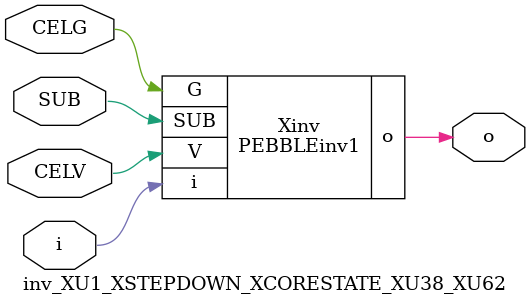
<source format=v>



module PEBBLEinv1 ( o, G, SUB, V, i );

  input V;
  input i;
  input G;
  output o;
  input SUB;
endmodule

//Celera Confidential Do Not Copy inv_XU1_XSTEPDOWN_XCORESTATE_XU38_XU62
//Celera Confidential Symbol Generator
//5V Inverter
module inv_XU1_XSTEPDOWN_XCORESTATE_XU38_XU62 (CELV,CELG,i,o,SUB);
input CELV;
input CELG;
input i;
input SUB;
output o;

//Celera Confidential Do Not Copy inv
PEBBLEinv1 Xinv(
.V (CELV),
.i (i),
.o (o),
.SUB (SUB),
.G (CELG)
);
//,diesize,PEBBLEinv1

//Celera Confidential Do Not Copy Module End
//Celera Schematic Generator
endmodule

</source>
